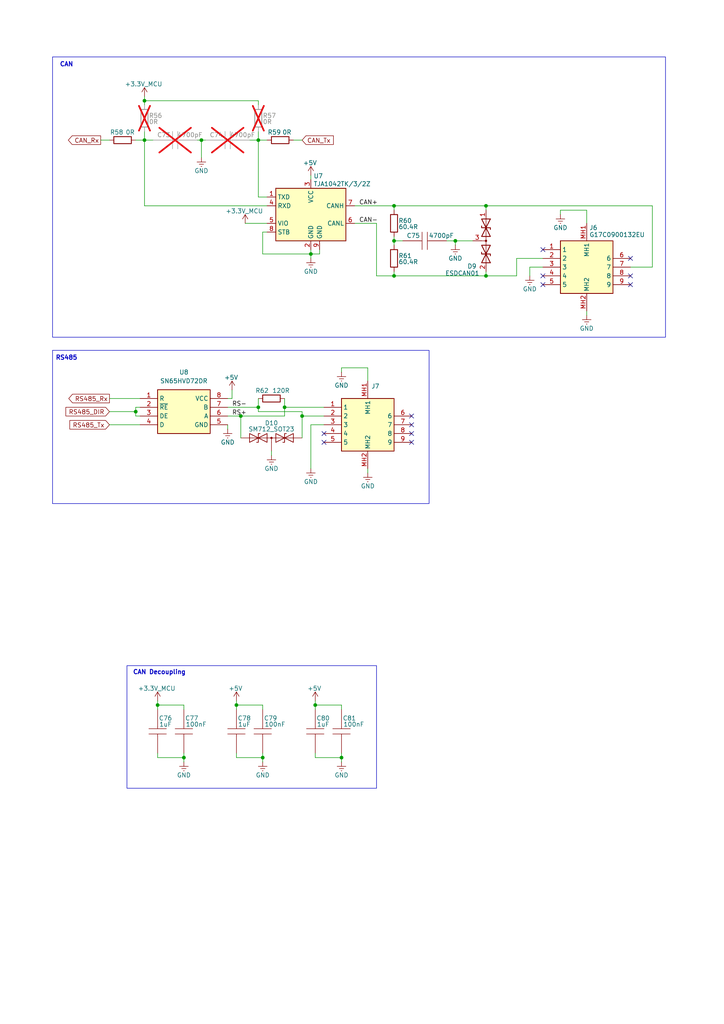
<source format=kicad_sch>
(kicad_sch (version 20231120) (generator "eeschema") (generator_version "8.0")
  (paper "A4" portrait)
  (lib_symbols
    (symbol "Device:D_TVS_Dual_AAC" (pin_names (offset 1.016) hide)
      (property "Reference" "D" (at 0 4.445 0))
      (property "Value" "D_TVS_Dual_AAC" (at 0 2.54 0))
      (symbol "D_TVS_Dual_AAC_0_0"
        (polyline (pts (xy 0 -1.27) (xy 0 0)))
      )
      (symbol "D_TVS_Dual_AAC_0_1"
        (polyline (pts (xy -6.35 0) (xy 6.35 0)))
        (polyline (pts (xy -3.302 1.27) (xy -3.81 1.27) (xy -3.81 -1.27) (xy -4.318 -1.27)) (stroke (width 0.254)))
        (polyline (pts (xy 4.318 1.27) (xy 3.81 1.27) (xy 3.81 -1.27) (xy 3.302 -1.27)) (stroke (width 0.254)))
        (polyline (pts (xy -6.35 1.27) (xy -1.27 -1.27) (xy -1.27 1.27) (xy -6.35 -1.27) (xy -6.35 1.27)) (stroke (width 0.254)))
        (polyline (pts (xy 6.35 1.27) (xy 1.27 -1.27) (xy 1.27 1.27) (xy 6.35 -1.27) (xy 6.35 1.27)) (stroke (width 0.254)))
        (circle (center 0 0) (radius 0.254) (fill (type outline)))
      )
      (symbol "D_TVS_Dual_AAC_1_1"
        (pin passive line (at -8.89 0 0) (length 2.54) (name "A1") (number "1"))
        (pin passive line (at 8.89 0 180) (length 2.54) (name "A2") (number "2"))
        (pin passive line (at 0 -3.81 90) (length 2.54) (name "common") (number "3"))
      )
    )
    (symbol "Device:R" (pin_numbers hide) (pin_names (offset 0))
      (property "Reference" "R" (at 2.032 0 90))
      (property "Value" "R" (at 0 0 90))
      (symbol "R_0_1"
        (rectangle (start -1.016 -2.54) (end 1.016 2.54) (stroke (width 0.254)))
      )
      (symbol "R_1_1"
        (pin passive line (at 0 3.81 270) (length 1.27) (name "~") (number "1"))
        (pin passive line (at 0 -3.81 90) (length 1.27) (name "~") (number "2"))
      )
    )
    (symbol "Diode:SM712_SOT23" (pin_numbers hide) (pin_names (offset 1.016) hide)
      (property "Reference" "D" (at 0 4.445 0))
      (property "Value" "SM712_SOT23" (at 0 2.54 0))
      (symbol "SM712_SOT23_0_0"
        (polyline (pts (xy 0 -1.27) (xy 0 0)))
      )
      (symbol "SM712_SOT23_0_1"
        (polyline (pts (xy -6.35 0) (xy 6.35 0)))
        (polyline (pts (xy -3.302 1.27) (xy -3.81 1.27) (xy -3.81 -1.27) (xy -4.318 -1.27)) (stroke (width 0.2032)))
        (polyline (pts (xy 4.318 1.27) (xy 3.81 1.27) (xy 3.81 -1.27) (xy 3.302 -1.27)) (stroke (width 0.2032)))
        (polyline (pts (xy -6.35 -1.27) (xy -1.27 1.27) (xy -1.27 -1.27) (xy -6.35 1.27) (xy -6.35 -1.27)) (stroke (width 0.2032)))
        (polyline (pts (xy 1.27 -1.27) (xy 1.27 1.27) (xy 6.35 -1.27) (xy 6.35 1.27) (xy 1.27 -1.27)) (stroke (width 0.2032)))
        (circle (center 0 0) (radius 0.254) (fill (type outline)))
      )
      (symbol "SM712_SOT23_1_1"
        (pin passive line (at -8.89 0 0) (length 2.54) (name "A1") (number "1"))
        (pin passive line (at 8.89 0 180) (length 2.54) (name "A2") (number "2"))
        (pin input line (at 0 -3.81 90) (length 2.54) (name "common") (number "3"))
      )
    )
    (symbol "Interface_CAN_LIN:TJA1042TK-3"
      (property "Reference" "U" (at -10.16 8.89 0))
      (property "Value" "TJA1042TK-3" (at 1.27 8.89 0))
      (symbol "TJA1042TK-3_0_1"
        (rectangle (start -10.16 7.62) (end 10.16 -7.62) (stroke (width 0.254)) (fill (type background)))
      )
      (symbol "TJA1042TK-3_1_1"
        (pin input line (at -12.7 5.08 0) (length 2.54) (name "TXD") (number "1"))
        (pin power_in line (at 0 -10.16 90) (length 2.54) (name "GND") (number "2"))
        (pin power_in line (at 0 10.16 270) (length 2.54) (name "VCC") (number "3"))
        (pin output line (at -12.7 2.54 0) (length 2.54) (name "RXD") (number "4"))
        (pin power_in line (at -12.7 -2.54 0) (length 2.54) (name "VIO") (number "5"))
        (pin bidirectional line (at 12.7 -2.54 180) (length 2.54) (name "CANL") (number "6"))
        (pin bidirectional line (at 12.7 2.54 180) (length 2.54) (name "CANH") (number "7"))
        (pin input line (at -12.7 -5.08 0) (length 2.54) (name "STB") (number "8"))
        (pin power_in line (at 2.54 -10.16 90) (length 2.54) (name "GND") (number "9"))
      )
    )
    (symbol "RA8M1:885012205092" (pin_numbers hide) (pin_names (offset 0.762))
      (property "Reference" "C" (at 8.89 6.35 0))
      (property "Value" "885012205092" (at 8.89 3.81 0))
      (symbol "885012205092_0_0"
        (pin passive line (at 0 0 0) (length 5.08) (name "~") (number "1"))
        (pin passive line (at 12.7 0 180) (length 5.08) (name "~") (number "2"))
      )
      (symbol "885012205092_0_1"
        (polyline (pts (xy 5.08 0) (xy 5.588 0)) (stroke (width 0.1524)))
        (polyline (pts (xy 5.588 2.54) (xy 5.588 -2.54)) (stroke (width 0.1524)))
        (polyline (pts (xy 7.112 0) (xy 7.62 0)) (stroke (width 0.1524)))
        (polyline (pts (xy 7.112 2.54) (xy 7.112 -2.54)) (stroke (width 0.1524)))
      )
    )
    (symbol "RA8M1:G17C0900132EU"
      (property "Reference" "C" (at 21.59 12.7 0))
      (property "Value" "G17C0900132EU" (at 21.59 10.16 0))
      (symbol "G17C0900132EU_1_1"
        (rectangle (start 5.08 7.62) (end 20.32 -7.62) (stroke (width 0.254)) (fill (type background)))
        (pin passive line (at 17.78 12.7 270) (length 5.08) (name "1") (number "1"))
        (pin passive line (at 15.24 12.7 270) (length 5.08) (name "2") (number "2"))
        (pin passive line (at 12.7 12.7 270) (length 5.08) (name "3") (number "3"))
        (pin passive line (at 10.16 12.7 270) (length 5.08) (name "4") (number "4"))
        (pin passive line (at 7.62 12.7 270) (length 5.08) (name "5") (number "5"))
        (pin passive line (at 15.24 -12.7 90) (length 5.08) (name "6") (number "6"))
        (pin passive line (at 12.7 -12.7 90) (length 5.08) (name "7") (number "7"))
        (pin passive line (at 10.16 -12.7 90) (length 5.08) (name "8") (number "8"))
        (pin passive line (at 7.62 -12.7 90) (length 5.08) (name "9") (number "9"))
        (pin passive line (at 25.4 0 180) (length 5.08) (name "MH1") (number "MH1"))
        (pin passive line (at 0 0 0) (length 5.08) (name "MH2") (number "MH2"))
      )
    )
    (symbol "RA8M1:SN65HVD72DR"
      (property "Reference" "IC" (at 21.59 7.62 0))
      (property "Value" "SN65HVD72DR" (at 21.59 5.08 0))
      (symbol "SN65HVD72DR_1_1"
        (rectangle (start 5.08 2.54) (end 20.32 -10.16) (stroke (width 0.254)) (fill (type background)))
        (pin passive line (at 0 0 0) (length 5.08) (name "R") (number "1"))
        (pin passive line (at 0 -2.54 0) (length 5.08) (name "~{RE}") (number "2"))
        (pin passive line (at 0 -5.08 0) (length 5.08) (name "DE") (number "3"))
        (pin passive line (at 0 -7.62 0) (length 5.08) (name "D") (number "4"))
        (pin passive line (at 25.4 -7.62 180) (length 5.08) (name "GND") (number "5"))
        (pin passive line (at 25.4 -5.08 180) (length 5.08) (name "A") (number "6"))
        (pin passive line (at 25.4 -2.54 180) (length 5.08) (name "B") (number "7"))
        (pin passive line (at 25.4 0 180) (length 5.08) (name "VCC") (number "8"))
      )
    )
    (symbol "power:+3.3V" (power) (pin_numbers hide) (pin_names (offset 0) hide)
      (property "Value" "+3.3V" (at 0 3.556 0))
      (symbol "+3.3V_0_1"
        (polyline (pts (xy -0.762 1.27) (xy 0 2.54)))
        (polyline (pts (xy 0 0) (xy 0 2.54)))
        (polyline (pts (xy 0 2.54) (xy 0.762 1.27)))
      )
      (symbol "+3.3V_1_1"
        (pin power_in line (at 0 0 90) (length 0) (name "~") (number "1"))
      )
    )
    (symbol "power:Earth" (power) (pin_numbers hide) (pin_names (offset 0) hide)
      (property "Value" "Earth" (at 0 -3.81 0))
      (symbol "Earth_0_1"
        (polyline (pts (xy -0.635 -1.905) (xy 0.635 -1.905)))
        (polyline (pts (xy -0.127 -2.54) (xy 0.127 -2.54)))
        (polyline (pts (xy 0 -1.27) (xy 0 0)))
        (polyline (pts (xy 1.27 -1.27) (xy -1.27 -1.27)))
      )
      (symbol "Earth_1_1"
        (pin power_in line (at 0 0 270) (length 0) (name "~") (number "1"))
      )
    )
  )
  (junction (at 74.93 40.64))
  (junction (at 76.2 219.71))
  (junction (at 90.17 73.66))
  (junction (at 82.55 118.11))
  (junction (at 132.08 69.85))
  (junction (at 45.72 204.47))
  (junction (at 140.97 80.01))
  (junction (at 114.3 80.01))
  (junction (at 53.34 219.71))
  (junction (at 41.91 29.21))
  (junction (at 114.3 69.85))
  (junction (at 87.63 120.65))
  (junction (at 114.3 59.69))
  (junction (at 58.42 40.64))
  (junction (at 68.58 204.47))
  (junction (at 140.97 59.69))
  (junction (at 39.37 119.38))
  (junction (at 74.93 118.11))
  (junction (at 99.06 219.71))
  (junction (at 41.91 40.64))
  (junction (at 69.85 120.65))
  (junction (at 91.44 204.47))
  (no_connect (at 157.48 72.39))
  (no_connect (at 119.38 128.27))
  (no_connect (at 93.98 125.73))
  (no_connect (at 93.98 128.27))
  (no_connect (at 119.38 120.65))
  (no_connect (at 157.48 80.01))
  (no_connect (at 182.88 82.55))
  (no_connect (at 182.88 74.93))
  (no_connect (at 157.48 82.55))
  (no_connect (at 119.38 123.19))
  (no_connect (at 182.88 80.01))
  (no_connect (at 119.38 125.73))
  (wire (pts (xy 57.15 40.64) (xy 58.42 40.64)))
  (wire (pts (xy 157.48 74.93) (xy 149.86 74.93)))
  (wire (pts (xy 39.37 118.11) (xy 39.37 119.38)))
  (wire (pts (xy 67.31 113.03) (xy 67.31 115.57)))
  (wire (pts (xy 41.91 29.21) (xy 74.93 29.21)))
  (wire (pts (xy 109.22 64.77) (xy 102.87 64.77)))
  (wire (pts (xy 76.2 219.71) (xy 76.2 218.44)))
  (wire (pts (xy 31.75 119.38) (xy 39.37 119.38)))
  (wire (pts (xy 74.93 57.15) (xy 74.93 40.64)))
  (wire (pts (xy 68.58 219.71) (xy 76.2 219.71)))
  (wire (pts (xy 162.56 60.96) (xy 170.18 60.96)))
  (wire (pts (xy 39.37 40.64) (xy 41.91 40.64)))
  (wire (pts (xy 91.44 218.44) (xy 91.44 219.71)))
  (wire (pts (xy 82.55 120.65) (xy 82.55 118.11)))
  (wire (pts (xy 53.34 219.71) (xy 53.34 218.44)))
  (wire (pts (xy 85.09 40.64) (xy 87.63 40.64)))
  (wire (pts (xy 114.3 69.85) (xy 114.3 71.12)))
  (wire (pts (xy 91.44 203.2) (xy 91.44 204.47)))
  (wire (pts (xy 90.17 123.19) (xy 90.17 135.89)))
  (wire (pts (xy 67.31 115.57) (xy 66.04 115.57)))
  (wire (pts (xy 170.18 60.96) (xy 170.18 64.77)))
  (wire (pts (xy 76.2 220.98) (xy 76.2 219.71)))
  (wire (pts (xy 170.18 90.17) (xy 170.18 91.44)))
  (wire (pts (xy 114.3 69.85) (xy 116.84 69.85)))
  (wire (pts (xy 77.47 57.15) (xy 74.93 57.15)))
  (wire (pts (xy 78.74 130.81) (xy 78.74 132.08)))
  (wire (pts (xy 91.44 205.74) (xy 91.44 204.47)))
  (wire (pts (xy 91.44 219.71) (xy 99.06 219.71)))
  (wire (pts (xy 90.17 73.66) (xy 90.17 74.93)))
  (wire (pts (xy 66.04 120.65) (xy 69.85 120.65)))
  (wire (pts (xy 74.93 119.38) (xy 74.93 118.11)))
  (wire (pts (xy 68.58 205.74) (xy 68.58 204.47)))
  (wire (pts (xy 140.97 78.74) (xy 140.97 80.01)))
  (wire (pts (xy 153.67 77.47) (xy 153.67 80.01)))
  (wire (pts (xy 68.58 203.2) (xy 68.58 204.47)))
  (wire (pts (xy 71.12 64.77) (xy 77.47 64.77)))
  (wire (pts (xy 106.68 106.68) (xy 106.68 110.49)))
  (wire (pts (xy 106.68 135.89) (xy 106.68 137.16)))
  (wire (pts (xy 31.75 115.57) (xy 40.64 115.57)))
  (wire (pts (xy 92.71 72.39) (xy 92.71 73.66)))
  (wire (pts (xy 99.06 220.98) (xy 99.06 219.71)))
  (wire (pts (xy 92.71 73.66) (xy 90.17 73.66)))
  (wire (pts (xy 77.47 67.31) (xy 76.2 67.31)))
  (wire (pts (xy 31.75 123.19) (xy 40.64 123.19)))
  (wire (pts (xy 74.93 115.57) (xy 74.93 118.11)))
  (wire (pts (xy 132.08 69.85) (xy 137.16 69.85)))
  (wire (pts (xy 102.87 59.69) (xy 114.3 59.69)))
  (wire (pts (xy 69.85 120.65) (xy 82.55 120.65)))
  (wire (pts (xy 162.56 60.96) (xy 162.56 62.23)))
  (wire (pts (xy 41.91 40.64) (xy 44.45 40.64)))
  (wire (pts (xy 82.55 115.57) (xy 82.55 118.11)))
  (wire (pts (xy 140.97 80.01) (xy 149.86 80.01)))
  (wire (pts (xy 45.72 218.44) (xy 45.72 219.71)))
  (wire (pts (xy 77.47 59.69) (xy 41.91 59.69)))
  (wire (pts (xy 87.63 120.65) (xy 93.98 120.65)))
  (wire (pts (xy 182.88 77.47) (xy 189.23 77.47)))
  (wire (pts (xy 99.06 205.74) (xy 99.06 204.47)))
  (wire (pts (xy 66.04 123.19) (xy 66.04 124.46)))
  (wire (pts (xy 77.47 40.64) (xy 74.93 40.64)))
  (wire (pts (xy 45.72 205.74) (xy 45.72 204.47)))
  (wire (pts (xy 41.91 38.1) (xy 41.91 40.64)))
  (wire (pts (xy 87.63 120.65) (xy 87.63 127)))
  (wire (pts (xy 114.3 60.96) (xy 114.3 59.69)))
  (wire (pts (xy 72.39 40.64) (xy 74.93 40.64)))
  (wire (pts (xy 53.34 204.47) (xy 45.72 204.47)))
  (wire (pts (xy 74.93 38.1) (xy 74.93 40.64)))
  (wire (pts (xy 58.42 45.72) (xy 58.42 40.64)))
  (wire (pts (xy 140.97 59.69) (xy 189.23 59.69)))
  (wire (pts (xy 29.21 40.64) (xy 31.75 40.64)))
  (wire (pts (xy 74.93 30.48) (xy 74.93 29.21)))
  (wire (pts (xy 114.3 68.58) (xy 114.3 69.85)))
  (wire (pts (xy 40.64 120.65) (xy 39.37 120.65)))
  (wire (pts (xy 90.17 123.19) (xy 93.98 123.19)))
  (wire (pts (xy 45.72 219.71) (xy 53.34 219.71)))
  (wire (pts (xy 41.91 29.21) (xy 41.91 30.48)))
  (wire (pts (xy 76.2 67.31) (xy 76.2 73.66)))
  (wire (pts (xy 99.06 106.68) (xy 106.68 106.68)))
  (wire (pts (xy 114.3 80.01) (xy 140.97 80.01)))
  (wire (pts (xy 99.06 219.71) (xy 99.06 218.44)))
  (wire (pts (xy 109.22 80.01) (xy 114.3 80.01)))
  (wire (pts (xy 90.17 50.8) (xy 90.17 52.07)))
  (wire (pts (xy 69.85 120.65) (xy 69.85 127)))
  (wire (pts (xy 76.2 73.66) (xy 90.17 73.66)))
  (wire (pts (xy 53.34 220.98) (xy 53.34 219.71)))
  (wire (pts (xy 99.06 106.68) (xy 99.06 107.95)))
  (wire (pts (xy 45.72 203.2) (xy 45.72 204.47)))
  (wire (pts (xy 68.58 218.44) (xy 68.58 219.71)))
  (wire (pts (xy 114.3 59.69) (xy 140.97 59.69)))
  (wire (pts (xy 140.97 59.69) (xy 140.97 60.96)))
  (wire (pts (xy 39.37 119.38) (xy 39.37 120.65)))
  (wire (pts (xy 76.2 204.47) (xy 68.58 204.47)))
  (wire (pts (xy 39.37 118.11) (xy 40.64 118.11)))
  (wire (pts (xy 87.63 119.38) (xy 87.63 120.65)))
  (wire (pts (xy 41.91 27.94) (xy 41.91 29.21)))
  (wire (pts (xy 109.22 64.77) (xy 109.22 80.01)))
  (wire (pts (xy 153.67 77.47) (xy 157.48 77.47)))
  (wire (pts (xy 76.2 205.74) (xy 76.2 204.47)))
  (wire (pts (xy 41.91 59.69) (xy 41.91 40.64)))
  (wire (pts (xy 82.55 118.11) (xy 93.98 118.11)))
  (wire (pts (xy 53.34 205.74) (xy 53.34 204.47)))
  (wire (pts (xy 99.06 204.47) (xy 91.44 204.47)))
  (wire (pts (xy 149.86 74.93) (xy 149.86 80.01)))
  (wire (pts (xy 132.08 69.85) (xy 132.08 71.12)))
  (wire (pts (xy 90.17 72.39) (xy 90.17 73.66)))
  (wire (pts (xy 189.23 77.47) (xy 189.23 59.69)))
  (wire (pts (xy 74.93 118.11) (xy 66.04 118.11)))
  (wire (pts (xy 129.54 69.85) (xy 132.08 69.85)))
  (wire (pts (xy 114.3 78.74) (xy 114.3 80.01)))
  (wire (pts (xy 58.42 40.64) (xy 59.69 40.64)))
  (wire (pts (xy 74.93 119.38) (xy 87.63 119.38)))
  (rectangle (start 15.24 101.6) (end 124.46 146.05))
  (rectangle (start 15.24 16.51) (end 193.04 97.79))
  (rectangle (start 36.83 193.04) (end 109.22 228.6))
  (text "CAN Decoupling" (at 46.228 195.072 0) (effects (font (size 1.27 1.27) (thickness 0.254) (bold yes))))
  (text "CAN" (at 19.304 18.796 0) (effects (font (size 1.27 1.27) (thickness 0.254) (bold yes))))
  (text "RS485" (at 19.304 103.886 0) (effects (font (size 1.27 1.27) (thickness 0.254) (bold yes))))
  (label "CAN-" (at 104.14 64.77 0))
  (label "RS+" (at 67.31 120.65 0))
  (label "RS-" (at 67.31 118.11 0))
  (label "CAN+" (at 104.14 59.69 0))
  (global_label "CAN_Rx" (shape output) (at 29.21 40.64 180) (property "Intersheetrefs" "${INTERSHEET_REFS}" (effects (hide yes))))
  (global_label "RS485_Tx" (shape input) (at 31.75 123.19 180) (property "Intersheetrefs" "${INTERSHEET_REFS}" (effects (hide yes))))
  (global_label "RS485_Rx" (shape output) (at 31.75 115.57 180) (property "Intersheetrefs" "${INTERSHEET_REFS}" (effects (hide yes))))
  (global_label "RS485_DIR" (shape input) (at 31.75 119.38 180) (property "Intersheetrefs" "${INTERSHEET_REFS}" (effects (hide yes))))
  (global_label "CAN_Tx" (shape input) (at 87.63 40.64 0) (property "Intersheetrefs" "${INTERSHEET_REFS}" (effects (hide yes))))
  (symbol (lib_id "power:Earth") (at 90.17 74.93 0) (unit 1)
    (property "Reference" "#PWR0109" (effects (hide yes)))
    (property "Value" "GND" (at 90.17 78.74 0))
    (property "Description" "Power symbol creates a global label with name \"Earth\"" (effects (hide yes)))
  )
  (symbol (lib_id "Diode:SM712_SOT23") (at 78.74 127 0) (unit 1)
    (property "Reference" "D10" (at 78.74 122.682 0))
    (property "Value" "SM712_SOT23" (at 78.74 124.46 0))
    (property "Footprint" "Package_TO_SOT_SMD:SOT-23" (effects (hide yes)))
    (property "Datasheet" "https://www.littelfuse.com/~/media/electronics/datasheets/tvs_diode_arrays/littelfuse_tvs_diode_array_sm712_datasheet.pdf.pdf" (effects (hide yes)))
    (property "Description" "7V/12V, 600W Asymmetrical TVS Diode Array, SOT-23" (effects (hide yes)))
  )
  (symbol (lib_id "power:Earth") (at 66.04 124.46 0) (unit 1)
    (property "Reference" "#PWR0114" (effects (hide yes)))
    (property "Value" "GND" (at 66.04 128.27 0))
    (property "Description" "Power symbol creates a global label with name \"Earth\"" (effects (hide yes)))
  )
  (symbol (lib_id "power:Earth") (at 153.67 80.01 0) (unit 1)
    (property "Reference" "#PWR0110" (effects (hide yes)))
    (property "Value" "GND" (at 153.67 83.82 0))
    (property "Description" "Power symbol creates a global label with name \"Earth\"" (effects (hide yes)))
  )
  (symbol (lib_id "power:Earth") (at 90.17 135.89 0) (unit 1)
    (property "Reference" "#PWR0116" (effects (hide yes)))
    (property "Value" "GND" (at 90.17 139.7 0))
    (property "Description" "Power symbol creates a global label with name \"Earth\"" (effects (hide yes)))
  )
  (symbol (lib_id "Device:R") (at 114.3 74.93 0) (unit 1)
    (property "Reference" "R61" (at 115.57 74.168 0) (effects (justify left)))
    (property "Value" "60.4R" (at 115.57 75.946 0) (effects (justify left)))
    (property "Footprint" "Resistor_SMD:R_0402_1005Metric" (effects (hide yes)))
    (property "Description" "Resistor" (effects (hide yes)))
    (property "Manufacturer" "Würth Elektronik" (effects (hide yes)))
    (property "MPN" "560112110170" (effects (hide yes)))
  )
  (symbol (lib_id "power:Earth") (at 106.68 137.16 0) (unit 1)
    (property "Reference" "#PWR0117" (effects (hide yes)))
    (property "Value" "GND" (at 106.68 140.97 0))
    (property "Description" "Power symbol creates a global label with name \"Earth\"" (effects (hide yes)))
  )
  (symbol (lib_id "RA8M1:G17C0900132EU") (at 106.68 135.89 90) (unit 1)
    (property "Reference" "J7" (at 107.696 112.014 90) (effects (justify right)))
    (property "Value" "G17C0900132EU" (effects (hide yes)))
    (property "Footprint" "RA8M1:G17C0900132EU" (effects (hide yes)))
    (property "Datasheet" "https://4donline.ihs.com/images/VipMasterIC/IC/AMPH/AMPHS14020/AMPHS14020-1.pdf?hkey=EF798316E3902B6ED9A73243A3159BB0" (effects (hide yes)))
    (property "Description" "D Sub G17C Series Standard Density Right Angle PCB Mount" (effects (hide yes)))
    (property "Height" "12.93" (effects (hide yes)))
    (property "Mouser Part Number" "523-G17C0900132EU" (effects (hide yes)))
    (property "Mouser Price/Stock" "https://www.mouser.co.uk/ProductDetail/Amphenol-Commercial-Products/G17C0900132EU?qs=JZ%252BiKJYxjZWsw7teGjwdZQ%3D%3D" (effects (hide yes)))
    (property "Manufacturer" "Amphenol" (effects (hide yes)))
    (property "MPN" "G17C0900132EU" (effects (hide yes)))
  )
  (symbol (lib_id "Device:R") (at 114.3 64.77 0) (unit 1)
    (property "Reference" "R60" (at 115.57 64.008 0) (effects (justify left)))
    (property "Value" "60.4R" (at 115.57 65.786 0) (effects (justify left)))
    (property "Footprint" "Resistor_SMD:R_0402_1005Metric" (effects (hide yes)))
    (property "Description" "Resistor" (effects (hide yes)))
    (property "Manufacturer" "Würth Elektronik" (effects (hide yes)))
    (property "MPN" "560112110170" (effects (hide yes)))
  )
  (symbol (lib_id "RA8M1:885012205092") (at 53.34 218.44 90) (unit 1)
    (property "Reference" "C77" (at 55.626 208.28 90))
    (property "Value" "100nF" (at 56.896 210.058 90))
    (property "Footprint" "Capacitor_SMD:C_0402_1005Metric" (effects (hide yes)))
    (property "Height" "0.7" (effects (hide yes)))
    (property "Manufacturer" "Wurth Elektronik" (effects (hide yes)))
    (property "MPN" "885012205092" (effects (hide yes)))
  )
  (symbol (lib_id "Device:R") (at 35.56 40.64 90) (unit 1)
    (property "Reference" "R58" (at 35.814 38.354 90) (effects (justify left)))
    (property "Value" "0R" (at 39.116 38.354 90) (effects (justify left)))
    (property "Footprint" "Resistor_SMD:R_0402_1005Metric" (effects (hide yes)))
    (property "Description" "Resistor" (effects (hide yes)))
    (property "Manufacturer" "Würth Elektronik" (effects (hide yes)))
    (property "MPN" " 560112110001" (effects (hide yes)))
  )
  (symbol (lib_id "RA8M1:885012205092") (at 129.54 69.85 180) (unit 1)
    (property "Reference" "C75" (at 119.888 68.326 0))
    (property "Value" "4700pF" (at 128.016 68.326 0))
    (property "Footprint" "Capacitor_SMD:C_0603_1608Metric" (effects (hide yes)))
    (property "Height" "0.7" (effects (hide yes)))
    (property "Manufacturer" "Wurth Elektronik" (effects (hide yes)))
    (property "MPN" "885012104008" (effects (hide yes)))
  )
  (symbol (lib_id "RA8M1:885012205092") (at 76.2 218.44 90) (unit 1)
    (property "Reference" "C79" (at 78.486 208.28 90))
    (property "Value" "100nF" (at 79.756 210.058 90))
    (property "Footprint" "Capacitor_SMD:C_0402_1005Metric" (effects (hide yes)))
    (property "Height" "0.7" (effects (hide yes)))
    (property "Manufacturer" "Wurth Elektronik" (effects (hide yes)))
    (property "MPN" "885012205092" (effects (hide yes)))
  )
  (symbol (lib_id "power:Earth") (at 99.06 107.95 0) (unit 1)
    (property "Reference" "#PWR0112" (effects (hide yes)))
    (property "Value" "GND" (at 99.06 111.76 0))
    (property "Description" "Power symbol creates a global label with name \"Earth\"" (effects (hide yes)))
  )
  (symbol (lib_id "Device:R") (at 74.93 34.29 0) (unit 1) (dnp yes)
    (property "Reference" "R57" (at 76.2 33.528 0) (effects (justify left)))
    (property "Value" "0R" (at 76.2 35.306 0) (effects (justify left)))
    (property "Footprint" "Resistor_SMD:R_0402_1005Metric" (effects (hide yes)))
    (property "Description" "Resistor" (effects (hide yes)))
    (property "Manufacturer" "Würth Elektronik" (effects (hide yes)))
    (property "MPN" " 560112110001" (effects (hide yes)))
  )
  (symbol (lib_id "Device:R") (at 78.74 115.57 90) (unit 1)
    (property "Reference" "R62" (at 77.978 113.284 90) (effects (justify left)))
    (property "Value" "120R" (at 84.074 113.284 90) (effects (justify left)))
    (property "Footprint" "Resistor_SMD:R_0402_1005Metric" (effects (hide yes)))
    (property "Description" "Resistor" (effects (hide yes)))
    (property "Manufacturer" "Würth Elektronik" (effects (hide yes)))
    (property "MPN" " 560112110001" (effects (hide yes)))
  )
  (symbol (lib_id "RA8M1:885012205092") (at 45.72 218.44 90) (unit 1)
    (property "Reference" "C76" (at 48.006 208.28 90))
    (property "Value" "1uF" (at 48.006 210.058 90))
    (property "Footprint" "Capacitor_SMD:C_0402_1005Metric" (effects (hide yes)))
    (property "Height" "0.7" (effects (hide yes)))
    (property "Manufacturer" "Wurth Elektronik" (effects (hide yes)))
    (property "MPN" "885012105006" (effects (hide yes)))
  )
  (symbol (lib_id "Device:D_TVS_Dual_AAC") (at 140.97 69.85 270) (unit 1)
    (property "Reference" "D9" (at 136.906 77.216 90))
    (property "Value" "ESDCAN01" (at 134.112 79.248 90))
    (property "Footprint" "Package_TO_SOT_SMD:TSOT-23" (effects (hide yes)))
    (property "Description" "Bidirectional dual transient-voltage-suppression diode, center on pin 3" (effects (hide yes)))
  )
  (symbol (lib_id "RA8M1:885012205092") (at 91.44 218.44 90) (unit 1)
    (property "Reference" "C80" (at 93.726 208.28 90))
    (property "Value" "1uF" (at 93.726 210.058 90))
    (property "Footprint" "Capacitor_SMD:C_0402_1005Metric" (effects (hide yes)))
    (property "Height" "0.7" (effects (hide yes)))
    (property "Manufacturer" "Wurth Elektronik" (effects (hide yes)))
    (property "MPN" "885012105006" (effects (hide yes)))
  )
  (symbol (lib_id "RA8M1:SN65HVD72DR") (at 40.64 115.57 0) (unit 1)
    (property "Reference" "U8" (at 53.34 107.95 0))
    (property "Value" "SN65HVD72DR" (at 53.34 110.49 0))
    (property "Footprint" "RA8M1:SOIC127P600X175-8N" (effects (hide yes)))
    (property "Datasheet" "http://www.ti.com/lit/ds/symlink/sn65hvd72.pdf" (effects (hide yes)))
    (property "Description" "TEXAS INSTRUMENTS - SN65HVD72DR - RS422/RS485 TXRX, 250KBPS, SOIC-8" (effects (hide yes)))
    (property "Height" "1.75" (effects (hide yes)))
    (property "Mouser Part Number" "595-SN65HVD72DR" (effects (hide yes)))
    (property "Mouser Price/Stock" "https://www.mouser.co.uk/ProductDetail/Texas-Instruments/SN65HVD72DR?qs=umApKWeh9pUbE7QBmJj8PQ%3D%3D" (effects (hide yes)))
    (property "Manufacturer_Name" "Texas Instruments" (effects (hide yes)))
    (property "Manufacturer_Part_Number" "SN65HVD72DR" (effects (hide yes)))
  )
  (symbol (lib_id "Device:R") (at 41.91 34.29 0) (unit 1) (dnp yes)
    (property "Reference" "R56" (at 43.18 33.528 0) (effects (justify left)))
    (property "Value" "0R" (at 43.18 35.306 0) (effects (justify left)))
    (property "Footprint" "Resistor_SMD:R_0402_1005Metric" (effects (hide yes)))
    (property "Description" "Resistor" (effects (hide yes)))
    (property "Manufacturer" "Würth Elektronik" (effects (hide yes)))
    (property "MPN" " 560112110001" (effects (hide yes)))
  )
  (symbol (lib_id "power:+3.3V") (at 45.72 203.2 0) (unit 1)
    (property "Reference" "#PWR0118" (effects (hide yes)))
    (property "Value" "+3.3V_MCU" (at 45.466 199.644 0))
    (property "Description" "Power symbol creates a global label with name \"+3.3V\"" (effects (hide yes)))
  )
  (symbol (lib_id "power:+3.3V") (at 67.31 113.03 0) (unit 1)
    (property "Reference" "#PWR0113" (effects (hide yes)))
    (property "Value" "+5V" (at 67.056 109.474 0))
    (property "Description" "Power symbol creates a global label with name \"+3.3V\"" (effects (hide yes)))
  )
  (symbol (lib_id "RA8M1:G17C0900132EU") (at 170.18 90.17 90) (unit 1)
    (property "Reference" "J6" (at 170.942 66.04 90) (effects (justify right)))
    (property "Value" "G17C0900132EU" (at 170.942 68.072 90) (effects (justify right)))
    (property "Footprint" "RA8M1:G17C0900132EU" (effects (hide yes)))
    (property "Datasheet" "https://4donline.ihs.com/images/VipMasterIC/IC/AMPH/AMPHS14020/AMPHS14020-1.pdf?hkey=EF798316E3902B6ED9A73243A3159BB0" (effects (hide yes)))
    (property "Description" "D Sub G17C Series Standard Density Right Angle PCB Mount" (effects (hide yes)))
    (property "Height" "12.93" (effects (hide yes)))
    (property "Mouser Part Number" "523-G17C0900132EU" (effects (hide yes)))
    (property "Mouser Price/Stock" "https://www.mouser.co.uk/ProductDetail/Amphenol-Commercial-Products/G17C0900132EU?qs=JZ%252BiKJYxjZWsw7teGjwdZQ%3D%3D" (effects (hide yes)))
    (property "Manufacturer" "Amphenol" (effects (hide yes)))
    (property "MPN" "G17C0900132EU" (effects (hide yes)))
  )
  (symbol (lib_id "power:Earth") (at 170.18 91.44 0) (unit 1)
    (property "Reference" "#PWR0111" (effects (hide yes)))
    (property "Value" "GND" (at 170.18 95.25 0))
    (property "Description" "Power symbol creates a global label with name \"Earth\"" (effects (hide yes)))
  )
  (symbol (lib_id "power:+3.3V") (at 41.91 27.94 0) (unit 1)
    (property "Reference" "#PWR0103" (effects (hide yes)))
    (property "Value" "+3.3V_MCU" (at 41.656 24.384 0))
    (property "Description" "Power symbol creates a global label with name \"+3.3V\"" (effects (hide yes)))
  )
  (symbol (lib_id "Interface_CAN_LIN:TJA1042TK-3") (at 90.17 62.23 0) (unit 1)
    (property "Reference" "U7" (at 90.932 51.054 0) (effects (justify left)))
    (property "Value" "TJA1042TK/3/2Z" (at 90.932 53.34 0) (effects (justify left)))
    (property "Footprint" "Package_DFN_QFN:DFN-8-1EP_3x3mm_P0.65mm_EP1.55x2.4mm" (effects (hide yes)))
    (property "Datasheet" "http://www.nxp.com/docs/en/data-sheet/TJA1042.pdf" (effects (hide yes)))
    (property "Description" "High-Speed CAN Transceiver, separate VIO, standby mode, DFN-8-1EP" (effects (hide yes)))
    (property "Manufacturer" " NXP Semiconductors " (effects (hide yes)))
    (property "MPN" " TJA1042TK/3/2Z " (effects (hide yes)))
  )
  (symbol (lib_id "power:+3.3V") (at 90.17 50.8 0) (unit 1)
    (property "Reference" "#PWR0105" (effects (hide yes)))
    (property "Value" "+5V" (at 89.916 47.244 0))
    (property "Description" "Power symbol creates a global label with name \"+3.3V\"" (effects (hide yes)))
  )
  (symbol (lib_id "power:+3.3V") (at 68.58 203.2 0) (unit 1)
    (property "Reference" "#PWR0119" (effects (hide yes)))
    (property "Value" "+5V" (at 68.326 199.644 0))
    (property "Description" "Power symbol creates a global label with name \"+3.3V\"" (effects (hide yes)))
  )
  (symbol (lib_id "power:Earth") (at 78.74 132.08 0) (unit 1)
    (property "Reference" "#PWR0115" (effects (hide yes)))
    (property "Value" "GND" (at 78.74 135.89 0))
    (property "Description" "Power symbol creates a global label with name \"Earth\"" (effects (hide yes)))
  )
  (symbol (lib_id "power:+3.3V") (at 91.44 203.2 0) (unit 1)
    (property "Reference" "#PWR0120" (effects (hide yes)))
    (property "Value" "+5V" (at 91.186 199.644 0))
    (property "Description" "Power symbol creates a global label with name \"+3.3V\"" (effects (hide yes)))
  )
  (symbol (lib_id "power:Earth") (at 132.08 71.12 0) (unit 1)
    (property "Reference" "#PWR0108" (effects (hide yes)))
    (property "Value" "GND" (at 132.08 74.93 0))
    (property "Description" "Power symbol creates a global label with name \"Earth\"" (effects (hide yes)))
  )
  (symbol (lib_id "Device:R") (at 81.28 40.64 90) (unit 1)
    (property "Reference" "R59" (at 81.534 38.354 90) (effects (justify left)))
    (property "Value" "0R" (at 84.582 38.354 90) (effects (justify left)))
    (property "Footprint" "Resistor_SMD:R_0402_1005Metric" (effects (hide yes)))
    (property "Description" "Resistor" (effects (hide yes)))
    (property "Manufacturer" "Würth Elektronik" (effects (hide yes)))
    (property "MPN" " 560112110001" (effects (hide yes)))
  )
  (symbol (lib_id "power:Earth") (at 58.42 45.72 0) (unit 1)
    (property "Reference" "#PWR0104" (effects (hide yes)))
    (property "Value" "GND" (at 58.42 49.53 0))
    (property "Description" "Power symbol creates a global label with name \"Earth\"" (effects (hide yes)))
  )
  (symbol (lib_id "power:+3.3V") (at 71.12 64.77 0) (unit 1)
    (property "Reference" "#PWR0107" (effects (hide yes)))
    (property "Value" "+3.3V_MCU" (at 70.866 61.214 0))
    (property "Description" "Power symbol creates a global label with name \"+3.3V\"" (effects (hide yes)))
  )
  (symbol (lib_id "power:Earth") (at 99.06 220.98 0) (unit 1)
    (property "Reference" "#PWR0123" (effects (hide yes)))
    (property "Value" "GND" (at 99.06 224.79 0))
    (property "Description" "Power symbol creates a global label with name \"Earth\"" (effects (hide yes)))
  )
  (symbol (lib_id "power:Earth") (at 162.56 62.23 0) (unit 1)
    (property "Reference" "#PWR0106" (effects (hide yes)))
    (property "Value" "GND" (at 162.56 66.04 0))
    (property "Description" "Power symbol creates a global label with name \"Earth\"" (effects (hide yes)))
  )
  (symbol (lib_id "RA8M1:885012205092") (at 72.39 40.64 180) (unit 1) (dnp yes)
    (property "Reference" "C74" (at 62.738 39.116 0))
    (property "Value" "4700pF" (at 70.358 39.116 0))
    (property "Footprint" "Capacitor_SMD:C_0603_1608Metric" (effects (hide yes)))
    (property "Height" "0.7" (effects (hide yes)))
    (property "Manufacturer" "Wurth Elektronik" (effects (hide yes)))
    (property "MPN" "885012104008" (effects (hide yes)))
  )
  (symbol (lib_id "power:Earth") (at 76.2 220.98 0) (unit 1)
    (property "Reference" "#PWR0122" (effects (hide yes)))
    (property "Value" "GND" (at 76.2 224.79 0))
    (property "Description" "Power symbol creates a global label with name \"Earth\"" (effects (hide yes)))
  )
  (symbol (lib_id "RA8M1:885012205092") (at 57.15 40.64 180) (unit 1) (dnp yes)
    (property "Reference" "C73" (at 47.498 39.116 0))
    (property "Value" "4700pF" (at 55.118 39.116 0))
    (property "Footprint" "Capacitor_SMD:C_0603_1608Metric" (effects (hide yes)))
    (property "Height" "0.7" (effects (hide yes)))
    (property "Manufacturer" "Wurth Elektronik" (effects (hide yes)))
    (property "MPN" "885012104008" (effects (hide yes)))
  )
  (symbol (lib_id "RA8M1:885012205092") (at 99.06 218.44 90) (unit 1)
    (property "Reference" "C81" (at 101.346 208.28 90))
    (property "Value" "100nF" (at 102.616 210.058 90))
    (property "Footprint" "Capacitor_SMD:C_0402_1005Metric" (effects (hide yes)))
    (property "Height" "0.7" (effects (hide yes)))
    (property "Manufacturer" "Wurth Elektronik" (effects (hide yes)))
    (property "MPN" "885012205092" (effects (hide yes)))
  )
  (symbol (lib_id "power:Earth") (at 53.34 220.98 0) (unit 1)
    (property "Reference" "#PWR0121" (effects (hide yes)))
    (property "Value" "GND" (at 53.34 224.79 0))
    (property "Description" "Power symbol creates a global label with name \"Earth\"" (effects (hide yes)))
  )
  (symbol (lib_id "RA8M1:885012205092") (at 68.58 218.44 90) (unit 1)
    (property "Reference" "C78" (at 70.866 208.28 90))
    (property "Value" "1uF" (at 70.866 210.058 90))
    (property "Footprint" "Capacitor_SMD:C_0402_1005Metric" (effects (hide yes)))
    (property "Height" "0.7" (effects (hide yes)))
    (property "Manufacturer" "Wurth Elektronik" (effects (hide yes)))
    (property "MPN" "885012105006" (effects (hide yes)))
  )
)
</source>
